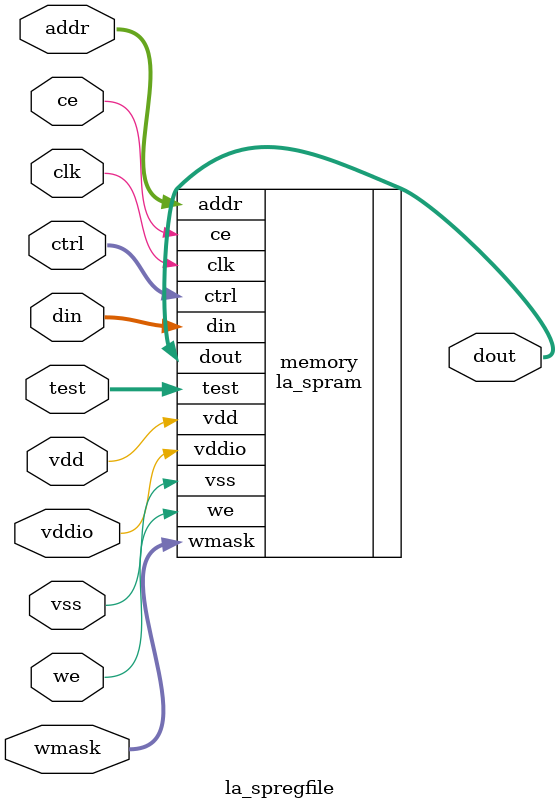
<source format=v>
/*****************************************************************************
 * Function: Single Port Register File
 * Copyright: Lambda Project Authors. ALl rights Reserved.
 * License:  MIT (see LICENSE file in Lambda repository)
 *
 * Docs:
 *
 * This is a wrapper for selecting from a set of hardened register file macros.
 *
 * A synthesizable reference model is used when the TYPE is DEFAULT. The
 * synthesizable model does not implement the cfg and test interface and should
 * only be used for basic testing and for synthesizing for FPGA devices.
 * Advanced ASIC development should rely on complete functional models
 * supplied on a per macro basis.
 *
 * Technologoy specific implementations of "la_spregfile" would generally
 * include one ore more hardcoded instantiations of RF modules with a generate
 * statement relying on the "TYPE" to select between the list of modules
 * at build time.
 *
 ****************************************************************************/

module la_spregfile
  #(parameter DW     = 32,          // Memory width
    parameter AW     = 10,          // Address width (derived)
    parameter TYPE   = "DEFAULT",   // Pass through variable for hard macro
    parameter CTRLW  = 128,         // Width of asic ctrl interface
    parameter TESTW  = 128          // Width of asic test interface
    )
   (// Memory interface
    input 		clk, // write clock
    input 		ce, // chip enable
    input 		we, // write enable
    input [DW-1:0] 	wmask, //per bit write mask
    input [AW-1:0] 	addr,//write address
    input [DW-1:0] 	din, //write data
    output reg [DW-1:0] dout,//read output data
    // Power signals
    input 		vss, // ground signal
    input 		vdd, // memory core array power
    input 		vddio, // periphery/io power
    // Generic interfaces
    input [CTRLW-1:0] 	ctrl, // pass through ASIC control interface
    input [TESTW-1:0] 	test // pass through ASIC test interface
    );

   la_spram
   #(.DW(DW),
     .AW(AW),
     .TYPE(TYPE),
     .CTRLW(CTRLW),
     .TESTW(TESTW)
     )
   memory (
     .clk(clk),
     .ce(ce),
     .we(we),
     .wmask(wmask),
     .addr(addr),
     .din(din),
     .dout(dout),
     .vss(vss),
     .vdd(vdd),
     .vddio(vddio),
     .ctrl(ctrl),
     .test(test)
   );

endmodule

</source>
